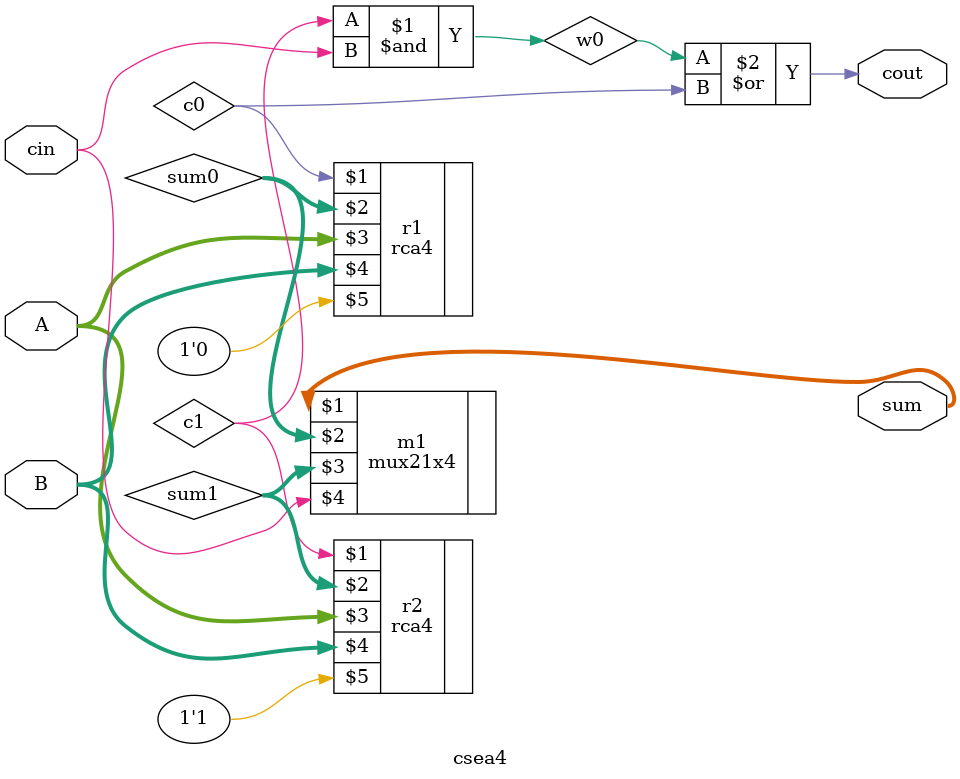
<source format=v>
module csea4 (cout, sum, A, B, cin);

    input [3:0] A, B;
    input cin;

    output [3:0] sum;
    output cout;

    wire [3:0] sum0, sum1;

    rca4 r1 (c0, sum0, A, B, 1'b0);
    rca4 r2 (c1, sum1, A, B, 1'b1);

    mux21x4 m1(sum, sum0, sum1, cin);

    and a1 (w0, c1, cin);
    or o1 (cout, w0, c0);

endmodule
</source>
